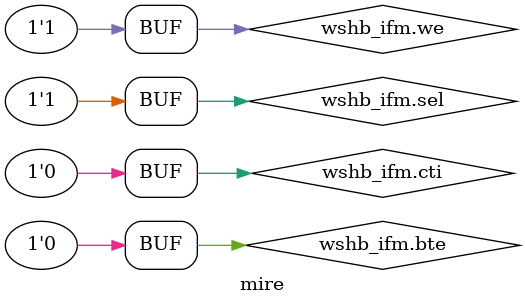
<source format=sv>
module mire #(
    parameter HDISP = 800, // Largeur de l'image affichée
    parameter VDISP = 480  // Hauteur de l'image affichée
) (wshb_if.master  wshb_ifm);

localparam XBITS = $clog2(HDISP);
localparam YBITS = $clog2(VDISP);
localparam NBITS = $clog2(64);


assign wshb_ifm.sel    = 4'b0111;      // Les 4 octets sont à écrire
assign wshb_ifm.we     = 1'b1;         // Transaction en lecture
assign wshb_ifm.cti    = '0;           // Transfert classique
assign wshb_ifm.bte    = '0;           // sans utilité.

logic [NBITS-1:0] n;
logic [XBITS-1:0] x;
logic [YBITS-1:0] y;

assign wshb_ifm.cyc = (n != 0);         // Le bus est sélectionné
assign wshb_ifm.stb = (n != 0);         // Nous demandons une transaction

assign wshb_ifm.dat_ms = (x[3:0] == 0 || y[3:0] == 0) ? 32'h00ffffff : 32'h00000000; // Donnée 32 bits émises


always_ff @(posedge wshb_ifm.clk or posedge wshb_ifm.rst)
if(wshb_ifm.rst)
    n <= '0;
else
    if(n != 0)
        n <= n + wshb_ifm.ack;
    else
        n <= n + 1'b1;


always_ff @(posedge wshb_ifm.clk or posedge wshb_ifm.rst)
if(wshb_ifm.rst)
begin
    x <= '0;
    y <= '0;
end
else if (wshb_ifm.ack)
    if(x == HDISP-1 )
    begin
        x <= '0;
        
        if(y == VDISP-1)
            y <= '0;
        else
            y <= y + 1;
    end
    else
        x <= x + 1;

always_ff @(posedge wshb_ifm.clk or posedge wshb_ifm.rst)
if(wshb_ifm.rst)
    wshb_ifm.adr <= '0;
else if (wshb_ifm.ack)
    if(wshb_ifm.adr == 4*(HDISP*VDISP-1))
        wshb_ifm.adr <= '0;
    else
        wshb_ifm.adr <= wshb_ifm.adr + 4;

endmodule
</source>
